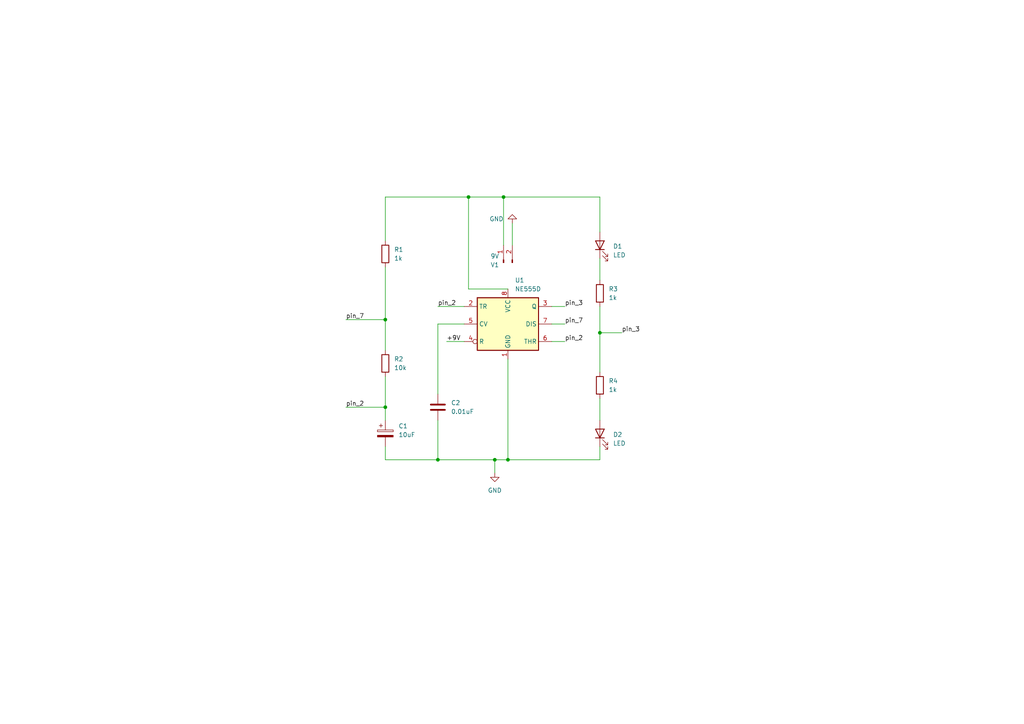
<source format=kicad_sch>
(kicad_sch (version 20211123) (generator eeschema)
  (paper "A4")
  (lib_symbols
    (symbol "Connector:Conn_01x02_Male" (pin_names (offset 1.016) hide)
      (property "Reference" "J" (at 0 2.54 0))
      (property "Value" "Conn_01x02_Male" (at 0 -5.08 0))
      (symbol "Conn_01x02_Male_1_1"
        (polyline (pts (xy 1.27 -2.54) (xy 0.8636 -2.54)) (stroke (width 0.1524)))
        (polyline (pts (xy 1.27 0) (xy 0.8636 0)) (stroke (width 0.1524)))
        (rectangle (start 0.8636 -2.413) (end 0 -2.667) (stroke (width 0.1524)) (fill (type outline)))
        (rectangle (start 0.8636 0.127) (end 0 -0.127) (stroke (width 0.1524)) (fill (type outline)))
        (pin passive line (at 5.08 0 180) (length 3.81) (name "Pin_1") (number "1"))
        (pin passive line (at 5.08 -2.54 180) (length 3.81) (name "Pin_2") (number "2"))
      )
    )
    (symbol "Device:C" (pin_numbers hide) (pin_names (offset 0.254))
      (property "Reference" "C" (at 0.635 2.54 0))
      (property "Value" "C" (at 0.635 -2.54 0))
      (symbol "C_0_1"
        (polyline (pts (xy -2.032 -0.762) (xy 2.032 -0.762)) (stroke (width 0.508)))
        (polyline (pts (xy -2.032 0.762) (xy 2.032 0.762)) (stroke (width 0.508)))
      )
      (symbol "C_1_1"
        (pin passive line (at 0 3.81 270) (length 2.794) (name "~") (number "1"))
        (pin passive line (at 0 -3.81 90) (length 2.794) (name "~") (number "2"))
      )
    )
    (symbol "Device:C_Polarized" (pin_numbers hide) (pin_names (offset 0.254))
      (property "Reference" "C" (at 0.635 2.54 0))
      (property "Value" "C_Polarized" (at 0.635 -2.54 0))
      (symbol "C_Polarized_0_1"
        (rectangle (start -2.286 0.508) (end 2.286 1.016))
        (polyline (pts (xy -1.778 2.286) (xy -0.762 2.286)))
        (polyline (pts (xy -1.27 2.794) (xy -1.27 1.778)))
        (rectangle (start 2.286 -0.508) (end -2.286 -1.016) (fill (type outline)))
      )
      (symbol "C_Polarized_1_1"
        (pin passive line (at 0 3.81 270) (length 2.794) (name "~") (number "1"))
        (pin passive line (at 0 -3.81 90) (length 2.794) (name "~") (number "2"))
      )
    )
    (symbol "Device:LED" (pin_numbers hide) (pin_names (offset 1.016) hide)
      (property "Reference" "D" (at 0 2.54 0))
      (property "Value" "LED" (at 0 -2.54 0))
      (symbol "LED_0_1"
        (polyline (pts (xy -1.27 -1.27) (xy -1.27 1.27)) (stroke (width 0.254)))
        (polyline (pts (xy -1.27 0) (xy 1.27 0)))
        (polyline (pts (xy 1.27 -1.27) (xy 1.27 1.27) (xy -1.27 0) (xy 1.27 -1.27)) (stroke (width 0.254)))
        (polyline (pts (xy -3.048 -0.762) (xy -4.572 -2.286) (xy -3.81 -2.286) (xy -4.572 -2.286) (xy -4.572 -1.524)))
        (polyline (pts (xy -1.778 -0.762) (xy -3.302 -2.286) (xy -2.54 -2.286) (xy -3.302 -2.286) (xy -3.302 -1.524)))
      )
      (symbol "LED_1_1"
        (pin passive line (at -3.81 0 0) (length 2.54) (name "K") (number "1"))
        (pin passive line (at 3.81 0 180) (length 2.54) (name "A") (number "2"))
      )
    )
    (symbol "Device:R" (pin_numbers hide) (pin_names (offset 0))
      (property "Reference" "R" (at 2.032 0 90))
      (property "Value" "R" (at 0 0 90))
      (symbol "R_0_1"
        (rectangle (start -1.016 -2.54) (end 1.016 2.54) (stroke (width 0.254)))
      )
      (symbol "R_1_1"
        (pin passive line (at 0 3.81 270) (length 1.27) (name "~") (number "1"))
        (pin passive line (at 0 -3.81 90) (length 1.27) (name "~") (number "2"))
      )
    )
    (symbol "Timer:NE555D"
      (property "Reference" "U" (at -10.16 8.89 0))
      (property "Value" "NE555D" (at 2.54 8.89 0))
      (symbol "NE555D_0_0"
        (pin power_in line (at 0 -10.16 90) (length 2.54) (name "GND") (number "1"))
        (pin power_in line (at 0 10.16 270) (length 2.54) (name "VCC") (number "8"))
      )
      (symbol "NE555D_0_1"
        (rectangle (start -8.89 -7.62) (end 8.89 7.62) (stroke (width 0.254)) (fill (type background)))
        (rectangle (start -8.89 -7.62) (end 8.89 7.62) (stroke (width 0.254)) (fill (type background)))
      )
      (symbol "NE555D_1_1"
        (pin input line (at -12.7 5.08 0) (length 3.81) (name "TR") (number "2"))
        (pin output line (at 12.7 5.08 180) (length 3.81) (name "Q") (number "3"))
        (pin input inverted (at -12.7 -5.08 0) (length 3.81) (name "R") (number "4"))
        (pin input line (at -12.7 0 0) (length 3.81) (name "CV") (number "5"))
        (pin input line (at 12.7 -5.08 180) (length 3.81) (name "THR") (number "6"))
        (pin input line (at 12.7 0 180) (length 3.81) (name "DIS") (number "7"))
      )
    )
    (symbol "power:GND" (power) (pin_names (offset 0))
      (property "Value" "GND" (at 0 -3.81 0))
      (symbol "GND_0_1"
        (polyline (pts (xy 0 0) (xy 0 -1.27) (xy 1.27 -1.27) (xy 0 -2.54) (xy -1.27 -1.27) (xy 0 -1.27)))
      )
      (symbol "GND_1_1"
        (pin power_in line (at 0 0 270) (length 0) hide (name "GND") (number "1"))
      )
    )
  )
  (junction (at 135.89 57.15))
  (junction (at 173.99 96.52))
  (junction (at 111.76 92.71))
  (junction (at 147.32 133.35))
  (junction (at 127 133.35))
  (junction (at 111.76 118.11))
  (junction (at 143.51 133.35))
  (junction (at 146.05 57.15))
  (wire (pts (xy 127 133.35) (xy 111.76 133.35)))
  (wire (pts (xy 111.76 118.11) (xy 111.76 121.92)))
  (wire (pts (xy 127 114.3) (xy 127 93.98)))
  (wire (pts (xy 127 93.98) (xy 134.62 93.98)))
  (wire (pts (xy 173.99 115.57) (xy 173.99 121.92)))
  (wire (pts (xy 173.99 88.9) (xy 173.99 96.52)))
  (wire (pts (xy 129.54 99.06) (xy 134.62 99.06)))
  (wire (pts (xy 173.99 129.54) (xy 173.99 133.35)))
  (wire (pts (xy 160.02 88.9) (xy 163.83 88.9)))
  (wire (pts (xy 135.89 83.82) (xy 135.89 57.15)))
  (wire (pts (xy 100.33 92.71) (xy 111.76 92.71)))
  (wire (pts (xy 160.02 99.06) (xy 163.83 99.06)))
  (wire (pts (xy 100.33 118.11) (xy 111.76 118.11)))
  (wire (pts (xy 143.51 133.35) (xy 127 133.35)))
  (wire (pts (xy 111.76 109.22) (xy 111.76 118.11)))
  (wire (pts (xy 135.89 57.15) (xy 111.76 57.15)))
  (wire (pts (xy 173.99 96.52) (xy 173.99 107.95)))
  (wire (pts (xy 111.76 77.47) (xy 111.76 92.71)))
  (wire (pts (xy 127 121.92) (xy 127 133.35)))
  (wire (pts (xy 147.32 133.35) (xy 143.51 133.35)))
  (wire (pts (xy 173.99 133.35) (xy 147.32 133.35)))
  (wire (pts (xy 173.99 74.93) (xy 173.99 81.28)))
  (wire (pts (xy 111.76 133.35) (xy 111.76 129.54)))
  (wire (pts (xy 146.05 57.15) (xy 135.89 57.15)))
  (wire (pts (xy 111.76 57.15) (xy 111.76 69.85)))
  (wire (pts (xy 173.99 96.52) (xy 180.34 96.52)))
  (wire (pts (xy 127 88.9) (xy 134.62 88.9)))
  (wire (pts (xy 173.99 57.15) (xy 146.05 57.15)))
  (wire (pts (xy 173.99 67.31) (xy 173.99 57.15)))
  (wire (pts (xy 146.05 71.12) (xy 146.05 57.15)))
  (wire (pts (xy 147.32 83.82) (xy 135.89 83.82)))
  (wire (pts (xy 160.02 93.98) (xy 163.83 93.98)))
  (wire (pts (xy 148.59 64.77) (xy 148.59 71.12)))
  (wire (pts (xy 111.76 92.71) (xy 111.76 101.6)))
  (wire (pts (xy 143.51 133.35) (xy 143.51 137.16)))
  (wire (pts (xy 147.32 104.14) (xy 147.32 133.35)))
  (label "pin_7" (at 100.33 92.71 0))
  (label "+9V" (at 129.54 99.06 0))
  (label "pin_2" (at 163.83 99.06 0))
  (label "pin_2" (at 100.33 118.11 0))
  (label "pin_7" (at 163.83 93.98 0))
  (label "pin_3" (at 180.34 96.52 0))
  (label "pin_2" (at 127 88.9 0))
  (label "pin_3" (at 163.83 88.9 0))
  (symbol (lib_id "power:GND") (at 148.59 64.77 0) (mirror x) (unit 1)
    (property "Reference" "#PWR?" (effects hide))
    (property "Value" "GND" (at 146.05 63.4999 0) (effects (justify right)))
  )
  (symbol (lib_id "Device:R") (at 173.99 85.09 0) (unit 1)
    (property "Reference" "R3" (at 176.53 83.8199 0) (effects (justify left)))
    (property "Value" "1k" (at 176.53 86.3599 0) (effects (justify left)))
  )
  (symbol (lib_id "Device:R") (at 111.76 105.41 0) (unit 1)
    (property "Reference" "R2" (at 114.3 104.1399 0) (effects (justify left)))
    (property "Value" "10k" (at 114.3 106.6799 0) (effects (justify left)))
  )
  (symbol (lib_id "Device:C_Polarized") (at 111.76 125.73 0) (unit 1)
    (property "Reference" "C1" (at 115.57 123.5709 0) (effects (justify left)))
    (property "Value" "10uF" (at 115.57 126.1109 0) (effects (justify left)))
  )
  (symbol (lib_id "power:GND") (at 143.51 137.16 0) (unit 1)
    (property "Reference" "#PWR?" (effects hide))
    (property "Value" "GND" (at 143.51 142.24 0))
  )
  (symbol (lib_id "Device:C") (at 127 118.11 0) (unit 1)
    (property "Reference" "C2" (at 130.81 116.8399 0) (effects (justify left)))
    (property "Value" "0.01uF" (at 130.81 119.3799 0) (effects (justify left)))
  )
  (symbol (lib_id "Device:LED") (at 173.99 125.73 90) (unit 1)
    (property "Reference" "D2" (at 177.8 126.0474 90) (effects (justify right)))
    (property "Value" "LED" (at 177.8 128.5874 90) (effects (justify right)))
  )
  (symbol (lib_id "Connector:Conn_01x02_Male") (at 146.05 76.2 90) (unit 1)
    (property "Reference" "V1" (at 144.78 76.8351 90) (effects (justify left)))
    (property "Value" "9V" (at 144.78 74.2951 90) (effects (justify left)))
  )
  (symbol (lib_id "Device:R") (at 173.99 111.76 0) (unit 1)
    (property "Reference" "R4" (at 176.53 110.4899 0) (effects (justify left)))
    (property "Value" "1k" (at 176.53 113.0299 0) (effects (justify left)))
  )
  (symbol (lib_id "Device:LED") (at 173.99 71.12 90) (unit 1)
    (property "Reference" "D1" (at 177.8 71.4374 90) (effects (justify right)))
    (property "Value" "LED" (at 177.8 73.9774 90) (effects (justify right)))
  )
  (symbol (lib_id "Device:R") (at 111.76 73.66 0) (unit 1)
    (property "Reference" "R1" (at 114.3 72.3899 0) (effects (justify left)))
    (property "Value" "1k" (at 114.3 74.9299 0) (effects (justify left)))
  )
  (symbol (lib_id "Timer:NE555D") (at 147.32 93.98 0) (unit 1)
    (property "Reference" "U1" (at 149.3394 81.28 0) (effects (justify left)))
    (property "Value" "NE555D" (at 149.3394 83.82 0) (effects (justify left)))
    (property "Footprint" "Package_SO:SOIC-8_3.9x4.9mm_P1.27mm" (effects hide))
    (property "Datasheet" "http://www.ti.com/lit/ds/symlink/ne555.pdf" (effects hide))
  )
)
</source>
